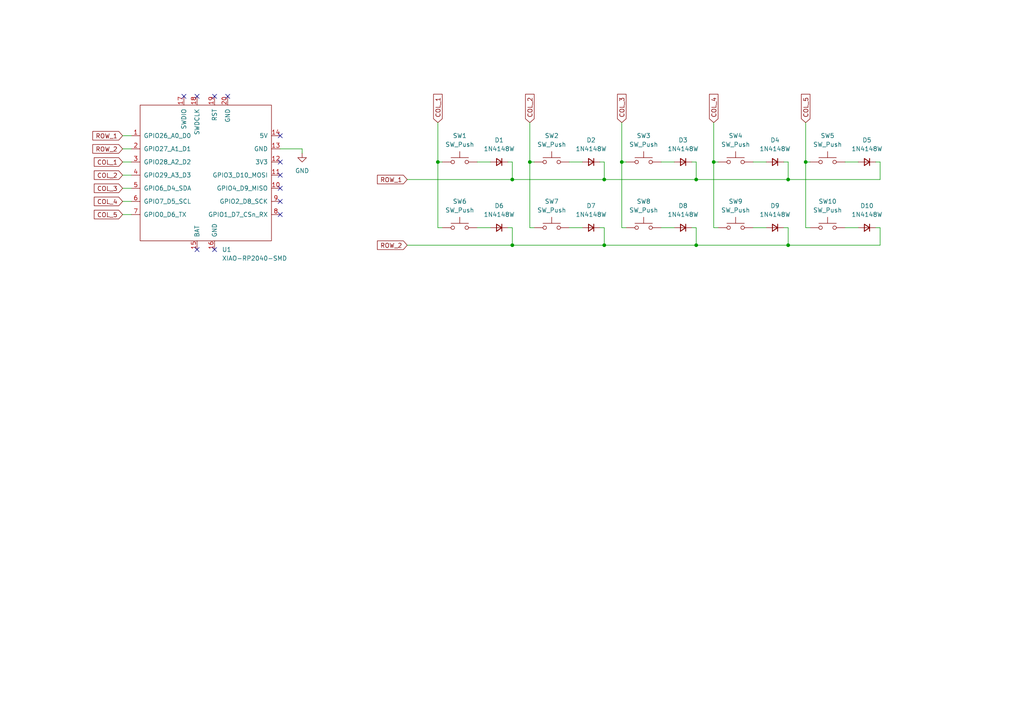
<source format=kicad_sch>
(kicad_sch (version 20250114) (generator "eeschema") (generator_version "9.0")
  (paper "A4")
  (lib_symbols
    (symbol "Device:D_Small" (pin_numbers (hide yes)) (pin_names (offset 0.254) (hide yes))
      (property "Reference" "D" (at -1.27 2.032 0))
      (property "Value" "D_Small" (at -3.81 -2.032 0))
      (symbol "D_Small_0_1"
        (polyline (pts (xy -0.762 0) (xy 0.762 0)))
        (polyline (pts (xy -0.762 -1.016) (xy -0.762 1.016)) (stroke (width 0.254)))
        (polyline (pts (xy 0.762 -1.016) (xy -0.762 0) (xy 0.762 1.016) (xy 0.762 -1.016)) (stroke (width 0.254)))
      )
      (symbol "D_Small_1_1"
        (pin passive line (at -2.54 0 0) (length 1.778) (name "K") (number "1"))
        (pin passive line (at 2.54 0 180) (length 1.778) (name "A") (number "2"))
      )
    )
    (symbol "Switch:SW_Push" (pin_numbers (hide yes)) (pin_names (offset 1.016) (hide yes))
      (property "Reference" "SW" (at 1.27 2.54 0))
      (property "Value" "SW_Push" (at 0 -1.524 0))
      (symbol "SW_Push_0_1"
        (circle (center -2.032 0) (radius 0.508))
        (polyline (pts (xy 0 1.27) (xy 0 3.048)))
        (circle (center 2.032 0) (radius 0.508))
        (polyline (pts (xy 2.54 1.27) (xy -2.54 1.27)))
        (pin passive line (at -5.08 0 0) (length 2.54) (name "1") (number "1"))
        (pin passive line (at 5.08 0 180) (length 2.54) (name "2") (number "2"))
      )
    )
    (symbol "XIAO_rp2040:XIAO-RP2040-SMD" (pin_names (offset 1.016))
      (property "Reference" "U" (at -18.542 23.114 0))
      (property "Value" "XIAO-RP2040-SMD" (at -8.382 21.336 0))
      (symbol "XIAO-RP2040-SMD_0_1"
        (rectangle (start 19.05 -19.05) (end -19.05 20.32))
      )
      (symbol "XIAO-RP2040-SMD_1_1"
        (pin passive line (at -21.59 11.43 0) (length 2.54) (name "GPIO26_A0_D0") (number "1"))
        (pin passive line (at -21.59 7.62 0) (length 2.54) (name "GPIO27_A1_D1") (number "2"))
        (pin passive line (at -21.59 3.81 0) (length 2.54) (name "GPIO28_A2_D2") (number "3"))
        (pin passive line (at -21.59 0 0) (length 2.54) (name "GPIO29_A3_D3") (number "4"))
        (pin passive line (at -21.59 -3.81 0) (length 2.54) (name "GPIO6_D4_SDA") (number "5"))
        (pin passive line (at -21.59 -7.62 0) (length 2.54) (name "GPIO7_D5_SCL") (number "6"))
        (pin passive line (at -21.59 -11.43 0) (length 2.54) (name "GPIO0_D6_TX") (number "7"))
        (pin passive line (at -6.35 22.86 270) (length 2.54) (name "SWDIO") (number "17"))
        (pin passive line (at -2.54 22.86 270) (length 2.54) (name "SWDCLK") (number "18"))
        (pin passive line (at -2.54 -21.59 90) (length 2.54) (name "BAT") (number "15"))
        (pin passive line (at 2.54 22.86 270) (length 2.54) (name "RST") (number "19"))
        (pin passive line (at 2.54 -21.59 90) (length 2.54) (name "GND") (number "16"))
        (pin passive line (at 6.35 22.86 270) (length 2.54) (name "GND") (number "20"))
        (pin passive line (at 21.59 11.43 180) (length 2.54) (name "5V") (number "14"))
        (pin passive line (at 21.59 7.62 180) (length 2.54) (name "GND") (number "13"))
        (pin passive line (at 21.59 3.81 180) (length 2.54) (name "3V3") (number "12"))
        (pin passive line (at 21.59 0 180) (length 2.54) (name "GPIO3_D10_MOSI") (number "11"))
        (pin passive line (at 21.59 -3.81 180) (length 2.54) (name "GPIO4_D9_MISO") (number "10"))
        (pin passive line (at 21.59 -7.62 180) (length 2.54) (name "GPIO2_D8_SCK") (number "9"))
        (pin passive line (at 21.59 -11.43 180) (length 2.54) (name "GPIO1_D7_CSn_RX") (number "8"))
      )
    )
    (symbol "power:GND" (power) (pin_numbers (hide yes)) (pin_names (offset 0) (hide yes))
      (property "Value" "GND" (at 0 -3.81 0))
      (symbol "GND_0_1"
        (polyline (pts (xy 0 0) (xy 0 -1.27) (xy 1.27 -1.27) (xy 0 -2.54) (xy -1.27 -1.27) (xy 0 -1.27)))
      )
      (symbol "GND_1_1"
        (pin power_in line (at 0 0 270) (length 0) (name "~") (number "1"))
      )
    )
  )
  (junction (at 127 46.99))
  (junction (at 228.6 52.07))
  (junction (at 148.59 52.07))
  (junction (at 201.93 52.07))
  (junction (at 201.93 71.12))
  (junction (at 228.6 71.12))
  (junction (at 175.26 71.12))
  (junction (at 233.68 46.99))
  (junction (at 175.26 52.07))
  (junction (at 153.67 46.99))
  (junction (at 148.59 71.12))
  (junction (at 180.34 46.99))
  (junction (at 207.01 46.99))
  (no_connect (at 81.28 58.42))
  (no_connect (at 66.04 27.94))
  (no_connect (at 81.28 46.99))
  (no_connect (at 81.28 62.23))
  (no_connect (at 81.28 54.61))
  (no_connect (at 81.28 50.8))
  (no_connect (at 53.34 27.94))
  (no_connect (at 57.15 27.94))
  (no_connect (at 62.23 27.94))
  (no_connect (at 57.15 72.39))
  (no_connect (at 81.28 39.37))
  (no_connect (at 62.23 72.39))
  (wire (pts (xy 228.6 66.04) (xy 228.6 71.12)))
  (wire (pts (xy 148.59 71.12) (xy 175.26 71.12)))
  (wire (pts (xy 201.93 66.04) (xy 201.93 71.12)))
  (wire (pts (xy 255.27 46.99) (xy 255.27 52.07)))
  (wire (pts (xy 148.59 46.99) (xy 147.32 46.99)))
  (wire (pts (xy 153.67 66.04) (xy 154.94 66.04)))
  (wire (pts (xy 201.93 71.12) (xy 228.6 71.12)))
  (wire (pts (xy 245.11 46.99) (xy 248.92 46.99)))
  (wire (pts (xy 153.67 35.56) (xy 153.67 46.99)))
  (wire (pts (xy 227.33 66.04) (xy 228.6 66.04)))
  (wire (pts (xy 175.26 71.12) (xy 201.93 71.12)))
  (wire (pts (xy 233.68 66.04) (xy 234.95 66.04)))
  (wire (pts (xy 35.56 43.18) (xy 38.1 43.18)))
  (wire (pts (xy 201.93 66.04) (xy 200.66 66.04)))
  (wire (pts (xy 180.34 46.99) (xy 181.61 46.99)))
  (wire (pts (xy 207.01 46.99) (xy 208.28 46.99)))
  (wire (pts (xy 35.56 62.23) (xy 38.1 62.23)))
  (wire (pts (xy 148.59 46.99) (xy 148.59 52.07)))
  (wire (pts (xy 35.56 58.42) (xy 38.1 58.42)))
  (wire (pts (xy 35.56 46.99) (xy 38.1 46.99)))
  (wire (pts (xy 35.56 50.8) (xy 38.1 50.8)))
  (wire (pts (xy 227.33 46.99) (xy 228.6 46.99)))
  (wire (pts (xy 233.68 46.99) (xy 233.68 66.04)))
  (wire (pts (xy 180.34 35.56) (xy 180.34 46.99)))
  (wire (pts (xy 218.44 46.99) (xy 222.25 46.99)))
  (wire (pts (xy 173.99 46.99) (xy 175.26 46.99)))
  (wire (pts (xy 153.67 46.99) (xy 153.67 66.04)))
  (wire (pts (xy 148.59 66.04) (xy 147.32 66.04)))
  (wire (pts (xy 201.93 46.99) (xy 200.66 46.99)))
  (wire (pts (xy 228.6 52.07) (xy 255.27 52.07)))
  (wire (pts (xy 228.6 71.12) (xy 255.27 71.12)))
  (wire (pts (xy 255.27 66.04) (xy 255.27 71.12)))
  (wire (pts (xy 191.77 66.04) (xy 195.58 66.04)))
  (wire (pts (xy 127 46.99) (xy 127 66.04)))
  (wire (pts (xy 165.1 66.04) (xy 168.91 66.04)))
  (wire (pts (xy 138.43 66.04) (xy 142.24 66.04)))
  (wire (pts (xy 35.56 39.37) (xy 38.1 39.37)))
  (wire (pts (xy 138.43 46.99) (xy 142.24 46.99)))
  (wire (pts (xy 118.11 71.12) (xy 148.59 71.12)))
  (wire (pts (xy 118.11 52.07) (xy 148.59 52.07)))
  (wire (pts (xy 218.44 66.04) (xy 222.25 66.04)))
  (wire (pts (xy 207.01 35.56) (xy 207.01 46.99)))
  (wire (pts (xy 165.1 46.99) (xy 168.91 46.99)))
  (wire (pts (xy 127 35.56) (xy 127 46.99)))
  (wire (pts (xy 175.26 46.99) (xy 175.26 52.07)))
  (wire (pts (xy 254 66.04) (xy 255.27 66.04)))
  (wire (pts (xy 191.77 46.99) (xy 195.58 46.99)))
  (wire (pts (xy 148.59 66.04) (xy 148.59 71.12)))
  (wire (pts (xy 35.56 54.61) (xy 38.1 54.61)))
  (wire (pts (xy 81.28 43.18) (xy 87.63 43.18)))
  (wire (pts (xy 127 46.99) (xy 128.27 46.99)))
  (wire (pts (xy 148.59 52.07) (xy 175.26 52.07)))
  (wire (pts (xy 175.26 52.07) (xy 201.93 52.07)))
  (wire (pts (xy 180.34 46.99) (xy 180.34 66.04)))
  (wire (pts (xy 127 66.04) (xy 128.27 66.04)))
  (wire (pts (xy 207.01 66.04) (xy 208.28 66.04)))
  (wire (pts (xy 173.99 66.04) (xy 175.26 66.04)))
  (wire (pts (xy 153.67 46.99) (xy 154.94 46.99)))
  (wire (pts (xy 175.26 66.04) (xy 175.26 71.12)))
  (wire (pts (xy 245.11 66.04) (xy 248.92 66.04)))
  (wire (pts (xy 207.01 46.99) (xy 207.01 66.04)))
  (wire (pts (xy 87.63 43.18) (xy 87.63 44.45)))
  (wire (pts (xy 180.34 66.04) (xy 181.61 66.04)))
  (wire (pts (xy 201.93 46.99) (xy 201.93 52.07)))
  (wire (pts (xy 233.68 46.99) (xy 234.95 46.99)))
  (wire (pts (xy 228.6 46.99) (xy 228.6 52.07)))
  (wire (pts (xy 254 46.99) (xy 255.27 46.99)))
  (wire (pts (xy 201.93 52.07) (xy 228.6 52.07)))
  (wire (pts (xy 233.68 35.56) (xy 233.68 46.99)))
  (global_label "ROW_1" (shape input) (at 35.56 39.37 180) (property "Intersheetrefs" "${INTERSHEET_REFS}" (effects (hide yes))))
  (global_label "COL_2" (shape input) (at 35.56 50.8 180) (property "Intersheetrefs" "${INTERSHEET_REFS}" (effects (hide yes))))
  (global_label "COL_1" (shape input) (at 35.56 46.99 180) (property "Intersheetrefs" "${INTERSHEET_REFS}" (effects (hide yes))))
  (global_label "COL_4" (shape input) (at 35.56 58.42 180) (property "Intersheetrefs" "${INTERSHEET_REFS}" (effects (hide yes))))
  (global_label "ROW_2" (shape input) (at 118.11 71.12 180) (property "Intersheetrefs" "${INTERSHEET_REFS}" (effects (hide yes))))
  (global_label "COL_3" (shape input) (at 180.34 35.56 90) (property "Intersheetrefs" "${INTERSHEET_REFS}" (effects (hide yes))))
  (global_label "COL_2" (shape input) (at 153.67 35.56 90) (property "Intersheetrefs" "${INTERSHEET_REFS}" (effects (hide yes))))
  (global_label "COL_1" (shape input) (at 127 35.56 90) (property "Intersheetrefs" "${INTERSHEET_REFS}" (effects (hide yes))))
  (global_label "ROW_2" (shape input) (at 35.56 43.18 180) (property "Intersheetrefs" "${INTERSHEET_REFS}" (effects (hide yes))))
  (global_label "COL_4" (shape input) (at 207.01 35.56 90) (property "Intersheetrefs" "${INTERSHEET_REFS}" (effects (hide yes))))
  (global_label "COL_3" (shape input) (at 35.56 54.61 180) (property "Intersheetrefs" "${INTERSHEET_REFS}" (effects (hide yes))))
  (global_label "COL_5" (shape input) (at 233.68 35.56 90) (property "Intersheetrefs" "${INTERSHEET_REFS}" (effects (hide yes))))
  (global_label "COL_5" (shape input) (at 35.56 62.23 180) (property "Intersheetrefs" "${INTERSHEET_REFS}" (effects (hide yes))))
  (global_label "ROW_1" (shape input) (at 118.11 52.07 180) (property "Intersheetrefs" "${INTERSHEET_REFS}" (effects (hide yes))))
  (symbol (lib_id "Device:D_Small") (at 224.79 46.99 0) (mirror y) (unit 1)
    (property "Reference" "D4" (at 224.79 40.64 0))
    (property "Value" "1N4148W" (at 224.79 43.18 0))
    (property "Footprint" "Diode_SMD:D_SOD-123" (effects (hide yes)))
    (property "Description" "Diode, small symbol" (effects (hide yes)))
    (property "Sim.Device" "D" (effects (hide yes)))
    (property "Sim.Pins" "1=K 2=A" (effects (hide yes)))
  )
  (symbol (lib_id "Device:D_Small") (at 224.79 66.04 0) (mirror y) (unit 1)
    (property "Reference" "D9" (at 224.79 59.69 0))
    (property "Value" "1N4148W" (at 224.79 62.23 0))
    (property "Footprint" "Diode_SMD:D_SOD-123" (effects (hide yes)))
    (property "Description" "Diode, small symbol" (effects (hide yes)))
    (property "Sim.Device" "D" (effects (hide yes)))
    (property "Sim.Pins" "1=K 2=A" (effects (hide yes)))
  )
  (symbol (lib_id "Device:D_Small") (at 251.46 46.99 0) (mirror y) (unit 1)
    (property "Reference" "D5" (at 251.46 40.64 0))
    (property "Value" "1N4148W" (at 251.46 43.18 0))
    (property "Footprint" "Diode_SMD:D_SOD-123" (effects (hide yes)))
    (property "Description" "Diode, small symbol" (effects (hide yes)))
    (property "Sim.Device" "D" (effects (hide yes)))
    (property "Sim.Pins" "1=K 2=A" (effects (hide yes)))
  )
  (symbol (lib_id "Device:D_Small") (at 171.45 46.99 0) (mirror y) (unit 1)
    (property "Reference" "D2" (at 171.45 40.64 0))
    (property "Value" "1N4148W" (at 171.45 43.18 0))
    (property "Footprint" "Diode_SMD:D_SOD-123" (effects (hide yes)))
    (property "Description" "Diode, small symbol" (effects (hide yes)))
    (property "Sim.Device" "D" (effects (hide yes)))
    (property "Sim.Pins" "1=K 2=A" (effects (hide yes)))
  )
  (symbol (lib_id "power:GND") (at 87.63 44.45 0) (unit 1)
    (property "Reference" "#PWR01" (effects (hide yes)))
    (property "Value" "GND" (at 87.63 49.53 0))
    (property "Description" "Power symbol creates a global label with name \"GND\" , ground" (effects (hide yes)))
  )
  (symbol (lib_id "Switch:SW_Push") (at 160.02 66.04 0) (unit 1)
    (property "Reference" "SW7" (at 160.02 58.42 0))
    (property "Value" "SW_Push" (at 160.02 60.96 0))
    (property "Footprint" "footprints:Kailh_socket_MX" (effects (hide yes)))
    (property "Description" "Push button switch, generic, two pins" (effects (hide yes)))
  )
  (symbol (lib_id "Switch:SW_Push") (at 240.03 46.99 0) (unit 1)
    (property "Reference" "SW5" (at 240.03 39.37 0))
    (property "Value" "SW_Push" (at 240.03 41.91 0))
    (property "Footprint" "footprints:Kailh_socket_MX" (effects (hide yes)))
    (property "Description" "Push button switch, generic, two pins" (effects (hide yes)))
  )
  (symbol (lib_id "Device:D_Small") (at 144.78 46.99 0) (mirror y) (unit 1)
    (property "Reference" "D1" (at 144.78 40.64 0))
    (property "Value" "1N4148W" (at 144.78 43.18 0))
    (property "Footprint" "Diode_SMD:D_SOD-123" (effects (hide yes)))
    (property "Description" "Diode, small symbol" (effects (hide yes)))
    (property "Sim.Device" "D" (effects (hide yes)))
    (property "Sim.Pins" "1=K 2=A" (effects (hide yes)))
  )
  (symbol (lib_id "Device:D_Small") (at 198.12 66.04 0) (mirror y) (unit 1)
    (property "Reference" "D8" (at 198.12 59.69 0))
    (property "Value" "1N4148W" (at 198.12 62.23 0))
    (property "Footprint" "Diode_SMD:D_SOD-123" (effects (hide yes)))
    (property "Description" "Diode, small symbol" (effects (hide yes)))
    (property "Sim.Device" "D" (effects (hide yes)))
    (property "Sim.Pins" "1=K 2=A" (effects (hide yes)))
  )
  (symbol (lib_id "Switch:SW_Push") (at 240.03 66.04 0) (unit 1)
    (property "Reference" "SW10" (at 240.03 58.42 0))
    (property "Value" "SW_Push" (at 240.03 60.96 0))
    (property "Footprint" "footprints:Kailh_socket_MX" (effects (hide yes)))
    (property "Description" "Push button switch, generic, two pins" (effects (hide yes)))
  )
  (symbol (lib_id "Switch:SW_Push") (at 213.36 46.99 0) (unit 1)
    (property "Reference" "SW4" (at 213.36 39.37 0))
    (property "Value" "SW_Push" (at 213.36 41.91 0))
    (property "Footprint" "footprints:Kailh_socket_MX" (effects (hide yes)))
    (property "Description" "Push button switch, generic, two pins" (effects (hide yes)))
  )
  (symbol (lib_id "Device:D_Small") (at 144.78 66.04 0) (mirror y) (unit 1)
    (property "Reference" "D6" (at 144.78 59.69 0))
    (property "Value" "1N4148W" (at 144.78 62.23 0))
    (property "Footprint" "Diode_SMD:D_SOD-123" (effects (hide yes)))
    (property "Description" "Diode, small symbol" (effects (hide yes)))
    (property "Sim.Device" "D" (effects (hide yes)))
    (property "Sim.Pins" "1=K 2=A" (effects (hide yes)))
  )
  (symbol (lib_id "Device:D_Small") (at 251.46 66.04 0) (mirror y) (unit 1)
    (property "Reference" "D10" (at 251.46 59.69 0))
    (property "Value" "1N4148W" (at 251.46 62.23 0))
    (property "Footprint" "Diode_SMD:D_SOD-123" (effects (hide yes)))
    (property "Description" "Diode, small symbol" (effects (hide yes)))
    (property "Sim.Device" "D" (effects (hide yes)))
    (property "Sim.Pins" "1=K 2=A" (effects (hide yes)))
  )
  (symbol (lib_id "Switch:SW_Push") (at 213.36 66.04 0) (unit 1)
    (property "Reference" "SW9" (at 213.36 58.42 0))
    (property "Value" "SW_Push" (at 213.36 60.96 0))
    (property "Footprint" "footprints:Kailh_socket_MX" (effects (hide yes)))
    (property "Description" "Push button switch, generic, two pins" (effects (hide yes)))
  )
  (symbol (lib_id "Switch:SW_Push") (at 133.35 66.04 0) (unit 1)
    (property "Reference" "SW6" (at 133.35 58.42 0))
    (property "Value" "SW_Push" (at 133.35 60.96 0))
    (property "Footprint" "footprints:Kailh_socket_MX" (effects (hide yes)))
    (property "Description" "Push button switch, generic, two pins" (effects (hide yes)))
  )
  (symbol (lib_id "Device:D_Small") (at 171.45 66.04 0) (mirror y) (unit 1)
    (property "Reference" "D7" (at 171.45 59.69 0))
    (property "Value" "1N4148W" (at 171.45 62.23 0))
    (property "Footprint" "Diode_SMD:D_SOD-123" (effects (hide yes)))
    (property "Description" "Diode, small symbol" (effects (hide yes)))
    (property "Sim.Device" "D" (effects (hide yes)))
    (property "Sim.Pins" "1=K 2=A" (effects (hide yes)))
  )
  (symbol (lib_id "Device:D_Small") (at 198.12 46.99 0) (mirror y) (unit 1)
    (property "Reference" "D3" (at 198.12 40.64 0))
    (property "Value" "1N4148W" (at 198.12 43.18 0))
    (property "Footprint" "Diode_SMD:D_SOD-123" (effects (hide yes)))
    (property "Description" "Diode, small symbol" (effects (hide yes)))
    (property "Sim.Device" "D" (effects (hide yes)))
    (property "Sim.Pins" "1=K 2=A" (effects (hide yes)))
  )
  (symbol (lib_id "Switch:SW_Push") (at 186.69 46.99 0) (unit 1)
    (property "Reference" "SW3" (at 186.69 39.37 0))
    (property "Value" "SW_Push" (at 186.69 41.91 0))
    (property "Footprint" "footprints:Kailh_socket_MX" (effects (hide yes)))
    (property "Description" "Push button switch, generic, two pins" (effects (hide yes)))
  )
  (symbol (lib_id "XIAO_rp2040:XIAO-RP2040-SMD") (at 59.69 50.8 0) (unit 1)
    (property "Reference" "U1" (at 64.3733 72.39 0) (effects (justify left)))
    (property "Value" "XIAO-RP2040-SMD" (at 64.3733 74.93 0) (effects (justify left)))
    (property "Footprint" "footprints:XIAO_rp2040_SMD" (effects (hide yes)))
  )
  (symbol (lib_id "Switch:SW_Push") (at 160.02 46.99 0) (unit 1)
    (property "Reference" "SW2" (at 160.02 39.37 0))
    (property "Value" "SW_Push" (at 160.02 41.91 0))
    (property "Footprint" "footprints:Kailh_socket_MX" (effects (hide yes)))
    (property "Description" "Push button switch, generic, two pins" (effects (hide yes)))
  )
  (symbol (lib_id "Switch:SW_Push") (at 133.35 46.99 0) (unit 1)
    (property "Reference" "SW1" (at 133.35 39.37 0))
    (property "Value" "SW_Push" (at 133.35 41.91 0))
    (property "Footprint" "footprints:Kailh_socket_MX" (effects (hide yes)))
    (property "Description" "Push button switch, generic, two pins" (effects (hide yes)))
  )
  (symbol (lib_id "Switch:SW_Push") (at 186.69 66.04 0) (unit 1)
    (property "Reference" "SW8" (at 186.69 58.42 0))
    (property "Value" "SW_Push" (at 186.69 60.96 0))
    (property "Footprint" "footprints:Kailh_socket_MX" (effects (hide yes)))
    (property "Description" "Push button switch, generic, two pins" (effects (hide yes)))
  )
)
</source>
